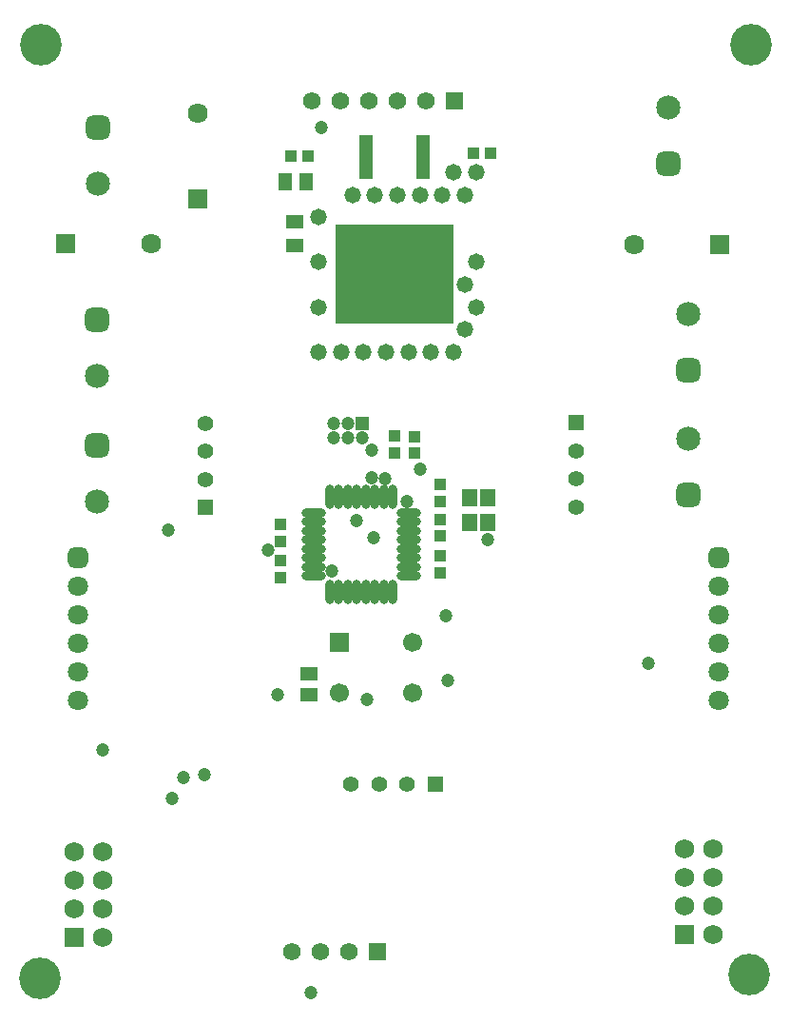
<source format=gts>
G04*
G04 #@! TF.GenerationSoftware,Altium Limited,Altium Designer,24.1.2 (44)*
G04*
G04 Layer_Color=8388736*
%FSLAX44Y44*%
%MOMM*%
G71*
G04*
G04 #@! TF.SameCoordinates,39C99C51-67B2-4763-82E7-AA0615DA2B54*
G04*
G04*
G04 #@! TF.FilePolarity,Negative*
G04*
G01*
G75*
%ADD26R,10.5732X8.7632*%
%ADD27R,1.2232X3.9432*%
%ADD28R,1.2132X1.5832*%
%ADD29R,1.3532X1.6032*%
%ADD30R,1.0032X1.0032*%
%ADD31R,1.5032X1.3032*%
%ADD32R,1.0032X1.0032*%
%ADD33O,0.8032X2.1532*%
%ADD34O,2.1532X0.8032*%
%ADD35R,1.5832X1.2132*%
G04:AMPARAMS|DCode=36|XSize=2.1532mm|YSize=2.1532mm|CornerRadius=0.5891mm|HoleSize=0mm|Usage=FLASHONLY|Rotation=90.000|XOffset=0mm|YOffset=0mm|HoleType=Round|Shape=RoundedRectangle|*
%AMROUNDEDRECTD36*
21,1,2.1532,0.9750,0,0,90.0*
21,1,0.9750,2.1532,0,0,90.0*
1,1,1.1782,0.4875,0.4875*
1,1,1.1782,0.4875,-0.4875*
1,1,1.1782,-0.4875,-0.4875*
1,1,1.1782,-0.4875,0.4875*
%
%ADD36ROUNDEDRECTD36*%
%ADD37C,2.1532*%
%ADD38R,1.4000X1.4000*%
%ADD39C,1.4000*%
%ADD40R,1.5700X1.5700*%
%ADD41C,1.5700*%
%ADD42C,1.7532*%
%ADD43R,1.7532X1.7532*%
%ADD44C,1.5732*%
%ADD45R,1.5732X1.5732*%
%ADD46C,1.7012*%
%ADD47R,1.7012X1.7012*%
%ADD48C,1.7832*%
%ADD49R,1.7832X1.7832*%
%ADD50C,1.8032*%
G04:AMPARAMS|DCode=51|XSize=1.8032mm|YSize=1.8032mm|CornerRadius=0.5016mm|HoleSize=0mm|Usage=FLASHONLY|Rotation=270.000|XOffset=0mm|YOffset=0mm|HoleType=Round|Shape=RoundedRectangle|*
%AMROUNDEDRECTD51*
21,1,1.8032,0.8000,0,0,270.0*
21,1,0.8000,1.8032,0,0,270.0*
1,1,1.0032,-0.4000,-0.4000*
1,1,1.0032,-0.4000,0.4000*
1,1,1.0032,0.4000,0.4000*
1,1,1.0032,0.4000,-0.4000*
%
%ADD51ROUNDEDRECTD51*%
%ADD52R,1.4000X1.4000*%
%ADD53C,3.7032*%
%ADD54R,1.2032X1.2032*%
%ADD55C,1.2032*%
%ADD56R,1.7832X1.7832*%
%ADD57C,1.4732*%
D26*
X567690Y869320D02*
D03*
D27*
X542290Y973420D02*
D03*
X593090D02*
D03*
D28*
X469950Y951230D02*
D03*
X488950D02*
D03*
D29*
X634620Y670130D02*
D03*
Y648130D02*
D03*
X650620D02*
D03*
Y670130D02*
D03*
D30*
X652780Y976630D02*
D03*
X637780D02*
D03*
X490100Y974344D02*
D03*
X475100D02*
D03*
D31*
X478790Y916010D02*
D03*
Y895010D02*
D03*
D32*
X567690Y725050D02*
D03*
Y710050D02*
D03*
X585470Y709930D02*
D03*
Y724930D02*
D03*
X608330Y666990D02*
D03*
Y681990D02*
D03*
Y636270D02*
D03*
Y651270D02*
D03*
X466090Y631310D02*
D03*
Y646310D02*
D03*
X608330Y603490D02*
D03*
Y618490D02*
D03*
X466090Y614560D02*
D03*
Y599560D02*
D03*
D33*
X565890Y586470D02*
D03*
X557890D02*
D03*
X549890D02*
D03*
X541890D02*
D03*
X533890D02*
D03*
X525890D02*
D03*
X517890D02*
D03*
X509890D02*
D03*
Y671470D02*
D03*
X517890D02*
D03*
X525890D02*
D03*
X533890D02*
D03*
X541890D02*
D03*
X549890D02*
D03*
X557890D02*
D03*
X565890D02*
D03*
D34*
X495390Y600970D02*
D03*
Y608970D02*
D03*
Y616970D02*
D03*
Y624970D02*
D03*
Y632970D02*
D03*
Y640970D02*
D03*
Y648970D02*
D03*
Y656970D02*
D03*
X580390D02*
D03*
Y648970D02*
D03*
Y640970D02*
D03*
Y632970D02*
D03*
Y624970D02*
D03*
Y616970D02*
D03*
Y608970D02*
D03*
Y600970D02*
D03*
D35*
X491490Y513690D02*
D03*
Y494690D02*
D03*
D36*
X829310Y672630D02*
D03*
X302220Y828910D02*
D03*
Y717150D02*
D03*
X811530Y967740D02*
D03*
X303530Y999960D02*
D03*
X829310Y783590D02*
D03*
D37*
Y722630D02*
D03*
X302220Y778910D02*
D03*
Y667150D02*
D03*
X811530Y1017740D02*
D03*
X303530Y949960D02*
D03*
X829310Y833590D02*
D03*
D38*
X603920Y415120D02*
D03*
D39*
X578920D02*
D03*
X553920D02*
D03*
X528920D02*
D03*
X728980Y662070D02*
D03*
Y687070D02*
D03*
Y712070D02*
D03*
X398780Y686600D02*
D03*
Y711600D02*
D03*
Y736600D02*
D03*
D40*
X552450Y266700D02*
D03*
D41*
X527050D02*
D03*
X501650D02*
D03*
X476250D02*
D03*
D42*
X281940Y304800D02*
D03*
Y330200D02*
D03*
Y355600D02*
D03*
X307340Y279400D02*
D03*
Y304800D02*
D03*
Y330200D02*
D03*
Y355600D02*
D03*
X850900Y358140D02*
D03*
Y332740D02*
D03*
Y307340D02*
D03*
Y281940D02*
D03*
X825500Y358140D02*
D03*
Y332740D02*
D03*
Y307340D02*
D03*
D43*
X281940Y279400D02*
D03*
X825500Y281940D02*
D03*
D44*
X494030Y1023620D02*
D03*
X519430D02*
D03*
X544830D02*
D03*
X570230D02*
D03*
X595630D02*
D03*
D45*
X621030D02*
D03*
D46*
X583680Y496930D02*
D03*
X518680D02*
D03*
X583680Y541930D02*
D03*
D47*
X518680D02*
D03*
D48*
X781050Y895350D02*
D03*
X350520Y896620D02*
D03*
X392430Y1012190D02*
D03*
D49*
X857250Y895350D02*
D03*
X274320Y896620D02*
D03*
D50*
X285750Y490220D02*
D03*
Y515620D02*
D03*
Y566420D02*
D03*
Y591820D02*
D03*
Y541020D02*
D03*
X855980Y490220D02*
D03*
Y515620D02*
D03*
Y566420D02*
D03*
Y591820D02*
D03*
Y541020D02*
D03*
D51*
X285750Y617220D02*
D03*
X855980D02*
D03*
D52*
X728980Y737070D02*
D03*
X398780Y661600D02*
D03*
D53*
X883590Y246446D02*
D03*
X251460Y242570D02*
D03*
X884860Y1073216D02*
D03*
X252730Y1073150D02*
D03*
D54*
X538480Y736600D02*
D03*
D55*
Y723900D02*
D03*
X525780Y736600D02*
D03*
Y723900D02*
D03*
X513080Y736600D02*
D03*
Y723900D02*
D03*
X397811Y424180D02*
D03*
X502629Y999781D02*
D03*
X365713Y641350D02*
D03*
X379937Y421640D02*
D03*
X369570Y402590D02*
D03*
X307340Y445770D02*
D03*
X492760Y229870D02*
D03*
X793750Y523240D02*
D03*
X614680Y508000D02*
D03*
X548640Y634492D02*
D03*
X512064Y604774D02*
D03*
X533890Y650222D02*
D03*
X542575Y490443D02*
D03*
X612996Y565360D02*
D03*
X455168Y623570D02*
D03*
X463042Y494690D02*
D03*
X547624Y688340D02*
D03*
X578151Y667004D02*
D03*
X650620Y633476D02*
D03*
X590550Y695960D02*
D03*
X559054Y687070D02*
D03*
X547624Y712724D02*
D03*
D56*
X392430Y935990D02*
D03*
D57*
X500000Y880000D02*
D03*
Y920001D02*
D03*
Y840000D02*
D03*
X640000Y960001D02*
D03*
Y880000D02*
D03*
Y840000D02*
D03*
X620000Y960001D02*
D03*
X630000Y940001D02*
D03*
Y860000D02*
D03*
Y820000D02*
D03*
X620000Y800000D02*
D03*
X610000Y940001D02*
D03*
X600000Y800000D02*
D03*
X590000Y940001D02*
D03*
X580000Y800000D02*
D03*
X570000Y940001D02*
D03*
X560000Y800000D02*
D03*
X550000Y940001D02*
D03*
X540000Y800000D02*
D03*
X530000Y940001D02*
D03*
X520000Y800000D02*
D03*
X500000D02*
D03*
M02*

</source>
